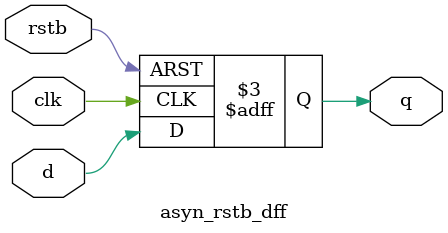
<source format=v>
module asyn_rstb_dff(
input clk,d,rstb,
output reg q);
always@(posedge clk or negedge rstb)begin
if(!rstb) q<=0;
else q<=d;
end
endmodule
</source>
